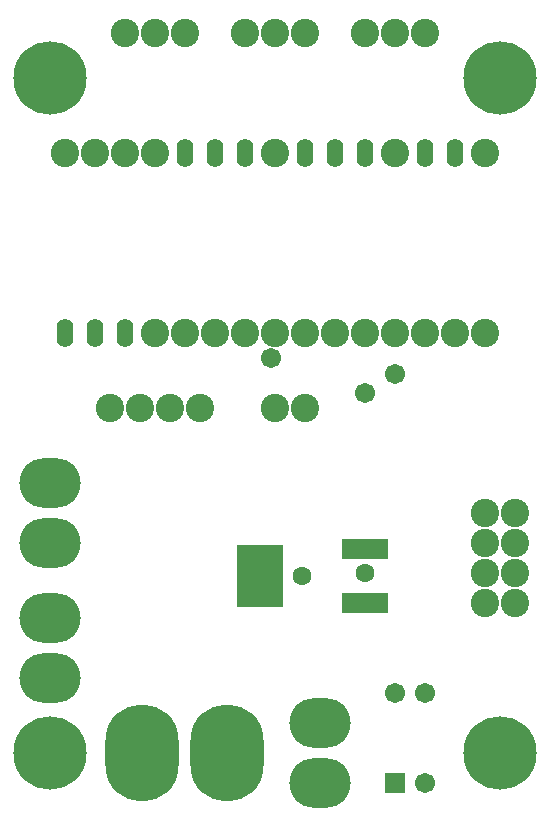
<source format=gts>
G04 Layer_Color=8388736*
%FSLAX24Y24*%
%MOIN*%
G70*
G01*
G75*
%ADD31R,0.1580X0.0680*%
%ADD32R,0.1580X0.2080*%
%ADD33C,0.0671*%
%ADD34R,0.0671X0.0671*%
%ADD35O,0.2049X0.1655*%
%ADD36C,0.0946*%
%ADD37O,0.2442X0.3230*%
%ADD38O,0.0552X0.0946*%
%ADD39C,0.2442*%
%ADD40C,0.0631*%
G54D31*
X3000Y-6000D02*
D03*
Y-4189D02*
D03*
G54D32*
X-504Y-5094D02*
D03*
G54D33*
X5000Y-9000D02*
D03*
X4000D02*
D03*
X5000Y-12000D02*
D03*
X3000Y1000D02*
D03*
X4000Y1646D02*
D03*
X-140Y2176D02*
D03*
G54D34*
X4000Y-12000D02*
D03*
G54D35*
X1500D02*
D03*
Y-10000D02*
D03*
X-7500Y-8500D02*
D03*
Y-6500D02*
D03*
Y-4000D02*
D03*
Y-2000D02*
D03*
G54D36*
X1000Y500D02*
D03*
X-0D02*
D03*
X-2500D02*
D03*
X-3500D02*
D03*
X-4500D02*
D03*
X-5500D02*
D03*
X-3000Y13000D02*
D03*
X-4000D02*
D03*
X-5000D02*
D03*
X5000D02*
D03*
X4000D02*
D03*
X3000D02*
D03*
X-4000Y3000D02*
D03*
X-3000D02*
D03*
X-2000D02*
D03*
X-1000D02*
D03*
X-0D02*
D03*
X1000D02*
D03*
X2000D02*
D03*
X3000D02*
D03*
X4000D02*
D03*
X5000D02*
D03*
X6000D02*
D03*
X7000D02*
D03*
X-7000Y9000D02*
D03*
X-6000D02*
D03*
X-5000D02*
D03*
X-4000D02*
D03*
X-0D02*
D03*
X4000D02*
D03*
X7000D02*
D03*
X1000Y13000D02*
D03*
X-0D02*
D03*
X-1000D02*
D03*
X7000Y-3000D02*
D03*
Y-4000D02*
D03*
Y-5000D02*
D03*
Y-6000D02*
D03*
X8000Y-3000D02*
D03*
Y-4000D02*
D03*
Y-5000D02*
D03*
Y-6000D02*
D03*
G54D37*
X-1583Y-11000D02*
D03*
X-4417D02*
D03*
G54D38*
X-7000Y3000D02*
D03*
X-6000D02*
D03*
X-5000D02*
D03*
X-3000Y9000D02*
D03*
X-2000D02*
D03*
X-1000D02*
D03*
X1000D02*
D03*
X2000D02*
D03*
X3000D02*
D03*
X5000D02*
D03*
X6000D02*
D03*
G54D39*
X-7500Y11500D02*
D03*
X7500D02*
D03*
Y-11000D02*
D03*
X-7500D02*
D03*
G54D40*
X906Y-5094D02*
D03*
X3000Y-5000D02*
D03*
M02*

</source>
